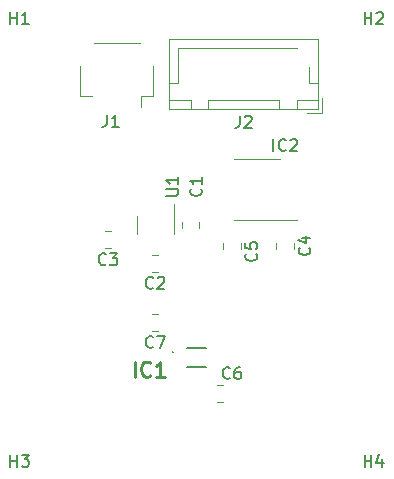
<source format=gto>
%TF.GenerationSoftware,KiCad,Pcbnew,7.0.1-0*%
%TF.CreationDate,2023-04-01T23:00:14-04:00*%
%TF.ProjectId,Turbidometer,54757262-6964-46f6-9d65-7465722e6b69,rev?*%
%TF.SameCoordinates,Original*%
%TF.FileFunction,Legend,Top*%
%TF.FilePolarity,Positive*%
%FSLAX46Y46*%
G04 Gerber Fmt 4.6, Leading zero omitted, Abs format (unit mm)*
G04 Created by KiCad (PCBNEW 7.0.1-0) date 2023-04-01 23:00:14*
%MOMM*%
%LPD*%
G01*
G04 APERTURE LIST*
%ADD10C,0.150000*%
%ADD11C,0.254000*%
%ADD12C,0.120000*%
%ADD13C,0.100000*%
%ADD14C,0.200000*%
G04 APERTURE END LIST*
D10*
%TO.C,J1*%
X97416666Y-51942619D02*
X97416666Y-52656904D01*
X97416666Y-52656904D02*
X97369047Y-52799761D01*
X97369047Y-52799761D02*
X97273809Y-52895000D01*
X97273809Y-52895000D02*
X97130952Y-52942619D01*
X97130952Y-52942619D02*
X97035714Y-52942619D01*
X98416666Y-52942619D02*
X97845238Y-52942619D01*
X98130952Y-52942619D02*
X98130952Y-51942619D01*
X98130952Y-51942619D02*
X98035714Y-52085476D01*
X98035714Y-52085476D02*
X97940476Y-52180714D01*
X97940476Y-52180714D02*
X97845238Y-52228333D01*
%TO.C,H2*%
X119238095Y-44212619D02*
X119238095Y-43212619D01*
X119238095Y-43688809D02*
X119809523Y-43688809D01*
X119809523Y-44212619D02*
X119809523Y-43212619D01*
X120238095Y-43307857D02*
X120285714Y-43260238D01*
X120285714Y-43260238D02*
X120380952Y-43212619D01*
X120380952Y-43212619D02*
X120619047Y-43212619D01*
X120619047Y-43212619D02*
X120714285Y-43260238D01*
X120714285Y-43260238D02*
X120761904Y-43307857D01*
X120761904Y-43307857D02*
X120809523Y-43403095D01*
X120809523Y-43403095D02*
X120809523Y-43498333D01*
X120809523Y-43498333D02*
X120761904Y-43641190D01*
X120761904Y-43641190D02*
X120190476Y-44212619D01*
X120190476Y-44212619D02*
X120809523Y-44212619D01*
%TO.C,IC2*%
X111523810Y-54962619D02*
X111523810Y-53962619D01*
X112571428Y-54867380D02*
X112523809Y-54915000D01*
X112523809Y-54915000D02*
X112380952Y-54962619D01*
X112380952Y-54962619D02*
X112285714Y-54962619D01*
X112285714Y-54962619D02*
X112142857Y-54915000D01*
X112142857Y-54915000D02*
X112047619Y-54819761D01*
X112047619Y-54819761D02*
X112000000Y-54724523D01*
X112000000Y-54724523D02*
X111952381Y-54534047D01*
X111952381Y-54534047D02*
X111952381Y-54391190D01*
X111952381Y-54391190D02*
X112000000Y-54200714D01*
X112000000Y-54200714D02*
X112047619Y-54105476D01*
X112047619Y-54105476D02*
X112142857Y-54010238D01*
X112142857Y-54010238D02*
X112285714Y-53962619D01*
X112285714Y-53962619D02*
X112380952Y-53962619D01*
X112380952Y-53962619D02*
X112523809Y-54010238D01*
X112523809Y-54010238D02*
X112571428Y-54057857D01*
X112952381Y-54057857D02*
X113000000Y-54010238D01*
X113000000Y-54010238D02*
X113095238Y-53962619D01*
X113095238Y-53962619D02*
X113333333Y-53962619D01*
X113333333Y-53962619D02*
X113428571Y-54010238D01*
X113428571Y-54010238D02*
X113476190Y-54057857D01*
X113476190Y-54057857D02*
X113523809Y-54153095D01*
X113523809Y-54153095D02*
X113523809Y-54248333D01*
X113523809Y-54248333D02*
X113476190Y-54391190D01*
X113476190Y-54391190D02*
X112904762Y-54962619D01*
X112904762Y-54962619D02*
X113523809Y-54962619D01*
%TO.C,C2*%
X101333333Y-66547380D02*
X101285714Y-66595000D01*
X101285714Y-66595000D02*
X101142857Y-66642619D01*
X101142857Y-66642619D02*
X101047619Y-66642619D01*
X101047619Y-66642619D02*
X100904762Y-66595000D01*
X100904762Y-66595000D02*
X100809524Y-66499761D01*
X100809524Y-66499761D02*
X100761905Y-66404523D01*
X100761905Y-66404523D02*
X100714286Y-66214047D01*
X100714286Y-66214047D02*
X100714286Y-66071190D01*
X100714286Y-66071190D02*
X100761905Y-65880714D01*
X100761905Y-65880714D02*
X100809524Y-65785476D01*
X100809524Y-65785476D02*
X100904762Y-65690238D01*
X100904762Y-65690238D02*
X101047619Y-65642619D01*
X101047619Y-65642619D02*
X101142857Y-65642619D01*
X101142857Y-65642619D02*
X101285714Y-65690238D01*
X101285714Y-65690238D02*
X101333333Y-65737857D01*
X101714286Y-65737857D02*
X101761905Y-65690238D01*
X101761905Y-65690238D02*
X101857143Y-65642619D01*
X101857143Y-65642619D02*
X102095238Y-65642619D01*
X102095238Y-65642619D02*
X102190476Y-65690238D01*
X102190476Y-65690238D02*
X102238095Y-65737857D01*
X102238095Y-65737857D02*
X102285714Y-65833095D01*
X102285714Y-65833095D02*
X102285714Y-65928333D01*
X102285714Y-65928333D02*
X102238095Y-66071190D01*
X102238095Y-66071190D02*
X101666667Y-66642619D01*
X101666667Y-66642619D02*
X102285714Y-66642619D01*
D11*
%TO.C,IC1*%
X99760237Y-74087526D02*
X99760237Y-72817526D01*
X101090714Y-73966573D02*
X101030238Y-74027050D01*
X101030238Y-74027050D02*
X100848809Y-74087526D01*
X100848809Y-74087526D02*
X100727857Y-74087526D01*
X100727857Y-74087526D02*
X100546428Y-74027050D01*
X100546428Y-74027050D02*
X100425476Y-73906097D01*
X100425476Y-73906097D02*
X100364999Y-73785145D01*
X100364999Y-73785145D02*
X100304523Y-73543240D01*
X100304523Y-73543240D02*
X100304523Y-73361811D01*
X100304523Y-73361811D02*
X100364999Y-73119907D01*
X100364999Y-73119907D02*
X100425476Y-72998954D01*
X100425476Y-72998954D02*
X100546428Y-72878002D01*
X100546428Y-72878002D02*
X100727857Y-72817526D01*
X100727857Y-72817526D02*
X100848809Y-72817526D01*
X100848809Y-72817526D02*
X101030238Y-72878002D01*
X101030238Y-72878002D02*
X101090714Y-72938478D01*
X102300238Y-74087526D02*
X101574523Y-74087526D01*
X101937380Y-74087526D02*
X101937380Y-72817526D01*
X101937380Y-72817526D02*
X101816428Y-72998954D01*
X101816428Y-72998954D02*
X101695476Y-73119907D01*
X101695476Y-73119907D02*
X101574523Y-73180383D01*
D10*
%TO.C,H1*%
X89238095Y-44212619D02*
X89238095Y-43212619D01*
X89238095Y-43688809D02*
X89809523Y-43688809D01*
X89809523Y-44212619D02*
X89809523Y-43212619D01*
X90809523Y-44212619D02*
X90238095Y-44212619D01*
X90523809Y-44212619D02*
X90523809Y-43212619D01*
X90523809Y-43212619D02*
X90428571Y-43355476D01*
X90428571Y-43355476D02*
X90333333Y-43450714D01*
X90333333Y-43450714D02*
X90238095Y-43498333D01*
%TO.C,C5*%
X110047380Y-63666666D02*
X110095000Y-63714285D01*
X110095000Y-63714285D02*
X110142619Y-63857142D01*
X110142619Y-63857142D02*
X110142619Y-63952380D01*
X110142619Y-63952380D02*
X110095000Y-64095237D01*
X110095000Y-64095237D02*
X109999761Y-64190475D01*
X109999761Y-64190475D02*
X109904523Y-64238094D01*
X109904523Y-64238094D02*
X109714047Y-64285713D01*
X109714047Y-64285713D02*
X109571190Y-64285713D01*
X109571190Y-64285713D02*
X109380714Y-64238094D01*
X109380714Y-64238094D02*
X109285476Y-64190475D01*
X109285476Y-64190475D02*
X109190238Y-64095237D01*
X109190238Y-64095237D02*
X109142619Y-63952380D01*
X109142619Y-63952380D02*
X109142619Y-63857142D01*
X109142619Y-63857142D02*
X109190238Y-63714285D01*
X109190238Y-63714285D02*
X109237857Y-63666666D01*
X109142619Y-62761904D02*
X109142619Y-63238094D01*
X109142619Y-63238094D02*
X109618809Y-63285713D01*
X109618809Y-63285713D02*
X109571190Y-63238094D01*
X109571190Y-63238094D02*
X109523571Y-63142856D01*
X109523571Y-63142856D02*
X109523571Y-62904761D01*
X109523571Y-62904761D02*
X109571190Y-62809523D01*
X109571190Y-62809523D02*
X109618809Y-62761904D01*
X109618809Y-62761904D02*
X109714047Y-62714285D01*
X109714047Y-62714285D02*
X109952142Y-62714285D01*
X109952142Y-62714285D02*
X110047380Y-62761904D01*
X110047380Y-62761904D02*
X110095000Y-62809523D01*
X110095000Y-62809523D02*
X110142619Y-62904761D01*
X110142619Y-62904761D02*
X110142619Y-63142856D01*
X110142619Y-63142856D02*
X110095000Y-63238094D01*
X110095000Y-63238094D02*
X110047380Y-63285713D01*
%TO.C,C4*%
X114547380Y-63166666D02*
X114595000Y-63214285D01*
X114595000Y-63214285D02*
X114642619Y-63357142D01*
X114642619Y-63357142D02*
X114642619Y-63452380D01*
X114642619Y-63452380D02*
X114595000Y-63595237D01*
X114595000Y-63595237D02*
X114499761Y-63690475D01*
X114499761Y-63690475D02*
X114404523Y-63738094D01*
X114404523Y-63738094D02*
X114214047Y-63785713D01*
X114214047Y-63785713D02*
X114071190Y-63785713D01*
X114071190Y-63785713D02*
X113880714Y-63738094D01*
X113880714Y-63738094D02*
X113785476Y-63690475D01*
X113785476Y-63690475D02*
X113690238Y-63595237D01*
X113690238Y-63595237D02*
X113642619Y-63452380D01*
X113642619Y-63452380D02*
X113642619Y-63357142D01*
X113642619Y-63357142D02*
X113690238Y-63214285D01*
X113690238Y-63214285D02*
X113737857Y-63166666D01*
X113975952Y-62309523D02*
X114642619Y-62309523D01*
X113595000Y-62547618D02*
X114309285Y-62785713D01*
X114309285Y-62785713D02*
X114309285Y-62166666D01*
%TO.C,C6*%
X107833333Y-74187380D02*
X107785714Y-74235000D01*
X107785714Y-74235000D02*
X107642857Y-74282619D01*
X107642857Y-74282619D02*
X107547619Y-74282619D01*
X107547619Y-74282619D02*
X107404762Y-74235000D01*
X107404762Y-74235000D02*
X107309524Y-74139761D01*
X107309524Y-74139761D02*
X107261905Y-74044523D01*
X107261905Y-74044523D02*
X107214286Y-73854047D01*
X107214286Y-73854047D02*
X107214286Y-73711190D01*
X107214286Y-73711190D02*
X107261905Y-73520714D01*
X107261905Y-73520714D02*
X107309524Y-73425476D01*
X107309524Y-73425476D02*
X107404762Y-73330238D01*
X107404762Y-73330238D02*
X107547619Y-73282619D01*
X107547619Y-73282619D02*
X107642857Y-73282619D01*
X107642857Y-73282619D02*
X107785714Y-73330238D01*
X107785714Y-73330238D02*
X107833333Y-73377857D01*
X108690476Y-73282619D02*
X108500000Y-73282619D01*
X108500000Y-73282619D02*
X108404762Y-73330238D01*
X108404762Y-73330238D02*
X108357143Y-73377857D01*
X108357143Y-73377857D02*
X108261905Y-73520714D01*
X108261905Y-73520714D02*
X108214286Y-73711190D01*
X108214286Y-73711190D02*
X108214286Y-74092142D01*
X108214286Y-74092142D02*
X108261905Y-74187380D01*
X108261905Y-74187380D02*
X108309524Y-74235000D01*
X108309524Y-74235000D02*
X108404762Y-74282619D01*
X108404762Y-74282619D02*
X108595238Y-74282619D01*
X108595238Y-74282619D02*
X108690476Y-74235000D01*
X108690476Y-74235000D02*
X108738095Y-74187380D01*
X108738095Y-74187380D02*
X108785714Y-74092142D01*
X108785714Y-74092142D02*
X108785714Y-73854047D01*
X108785714Y-73854047D02*
X108738095Y-73758809D01*
X108738095Y-73758809D02*
X108690476Y-73711190D01*
X108690476Y-73711190D02*
X108595238Y-73663571D01*
X108595238Y-73663571D02*
X108404762Y-73663571D01*
X108404762Y-73663571D02*
X108309524Y-73711190D01*
X108309524Y-73711190D02*
X108261905Y-73758809D01*
X108261905Y-73758809D02*
X108214286Y-73854047D01*
%TO.C,H4*%
X119238095Y-81712619D02*
X119238095Y-80712619D01*
X119238095Y-81188809D02*
X119809523Y-81188809D01*
X119809523Y-81712619D02*
X119809523Y-80712619D01*
X120714285Y-81045952D02*
X120714285Y-81712619D01*
X120476190Y-80665000D02*
X120238095Y-81379285D01*
X120238095Y-81379285D02*
X120857142Y-81379285D01*
%TO.C,C7*%
X101333333Y-71547380D02*
X101285714Y-71595000D01*
X101285714Y-71595000D02*
X101142857Y-71642619D01*
X101142857Y-71642619D02*
X101047619Y-71642619D01*
X101047619Y-71642619D02*
X100904762Y-71595000D01*
X100904762Y-71595000D02*
X100809524Y-71499761D01*
X100809524Y-71499761D02*
X100761905Y-71404523D01*
X100761905Y-71404523D02*
X100714286Y-71214047D01*
X100714286Y-71214047D02*
X100714286Y-71071190D01*
X100714286Y-71071190D02*
X100761905Y-70880714D01*
X100761905Y-70880714D02*
X100809524Y-70785476D01*
X100809524Y-70785476D02*
X100904762Y-70690238D01*
X100904762Y-70690238D02*
X101047619Y-70642619D01*
X101047619Y-70642619D02*
X101142857Y-70642619D01*
X101142857Y-70642619D02*
X101285714Y-70690238D01*
X101285714Y-70690238D02*
X101333333Y-70737857D01*
X101666667Y-70642619D02*
X102333333Y-70642619D01*
X102333333Y-70642619D02*
X101904762Y-71642619D01*
%TO.C,U1*%
X102462619Y-58761904D02*
X103272142Y-58761904D01*
X103272142Y-58761904D02*
X103367380Y-58714285D01*
X103367380Y-58714285D02*
X103415000Y-58666666D01*
X103415000Y-58666666D02*
X103462619Y-58571428D01*
X103462619Y-58571428D02*
X103462619Y-58380952D01*
X103462619Y-58380952D02*
X103415000Y-58285714D01*
X103415000Y-58285714D02*
X103367380Y-58238095D01*
X103367380Y-58238095D02*
X103272142Y-58190476D01*
X103272142Y-58190476D02*
X102462619Y-58190476D01*
X103462619Y-57190476D02*
X103462619Y-57761904D01*
X103462619Y-57476190D02*
X102462619Y-57476190D01*
X102462619Y-57476190D02*
X102605476Y-57571428D01*
X102605476Y-57571428D02*
X102700714Y-57666666D01*
X102700714Y-57666666D02*
X102748333Y-57761904D01*
%TO.C,C1*%
X105367380Y-58166666D02*
X105415000Y-58214285D01*
X105415000Y-58214285D02*
X105462619Y-58357142D01*
X105462619Y-58357142D02*
X105462619Y-58452380D01*
X105462619Y-58452380D02*
X105415000Y-58595237D01*
X105415000Y-58595237D02*
X105319761Y-58690475D01*
X105319761Y-58690475D02*
X105224523Y-58738094D01*
X105224523Y-58738094D02*
X105034047Y-58785713D01*
X105034047Y-58785713D02*
X104891190Y-58785713D01*
X104891190Y-58785713D02*
X104700714Y-58738094D01*
X104700714Y-58738094D02*
X104605476Y-58690475D01*
X104605476Y-58690475D02*
X104510238Y-58595237D01*
X104510238Y-58595237D02*
X104462619Y-58452380D01*
X104462619Y-58452380D02*
X104462619Y-58357142D01*
X104462619Y-58357142D02*
X104510238Y-58214285D01*
X104510238Y-58214285D02*
X104557857Y-58166666D01*
X105462619Y-57214285D02*
X105462619Y-57785713D01*
X105462619Y-57499999D02*
X104462619Y-57499999D01*
X104462619Y-57499999D02*
X104605476Y-57595237D01*
X104605476Y-57595237D02*
X104700714Y-57690475D01*
X104700714Y-57690475D02*
X104748333Y-57785713D01*
%TO.C,H3*%
X89238095Y-81712619D02*
X89238095Y-80712619D01*
X89238095Y-81188809D02*
X89809523Y-81188809D01*
X89809523Y-81712619D02*
X89809523Y-80712619D01*
X90190476Y-80712619D02*
X90809523Y-80712619D01*
X90809523Y-80712619D02*
X90476190Y-81093571D01*
X90476190Y-81093571D02*
X90619047Y-81093571D01*
X90619047Y-81093571D02*
X90714285Y-81141190D01*
X90714285Y-81141190D02*
X90761904Y-81188809D01*
X90761904Y-81188809D02*
X90809523Y-81284047D01*
X90809523Y-81284047D02*
X90809523Y-81522142D01*
X90809523Y-81522142D02*
X90761904Y-81617380D01*
X90761904Y-81617380D02*
X90714285Y-81665000D01*
X90714285Y-81665000D02*
X90619047Y-81712619D01*
X90619047Y-81712619D02*
X90333333Y-81712619D01*
X90333333Y-81712619D02*
X90238095Y-81665000D01*
X90238095Y-81665000D02*
X90190476Y-81617380D01*
%TO.C,J2*%
X108666666Y-52012619D02*
X108666666Y-52726904D01*
X108666666Y-52726904D02*
X108619047Y-52869761D01*
X108619047Y-52869761D02*
X108523809Y-52965000D01*
X108523809Y-52965000D02*
X108380952Y-53012619D01*
X108380952Y-53012619D02*
X108285714Y-53012619D01*
X109095238Y-52107857D02*
X109142857Y-52060238D01*
X109142857Y-52060238D02*
X109238095Y-52012619D01*
X109238095Y-52012619D02*
X109476190Y-52012619D01*
X109476190Y-52012619D02*
X109571428Y-52060238D01*
X109571428Y-52060238D02*
X109619047Y-52107857D01*
X109619047Y-52107857D02*
X109666666Y-52203095D01*
X109666666Y-52203095D02*
X109666666Y-52298333D01*
X109666666Y-52298333D02*
X109619047Y-52441190D01*
X109619047Y-52441190D02*
X109047619Y-53012619D01*
X109047619Y-53012619D02*
X109666666Y-53012619D01*
%TO.C,C3*%
X97333333Y-64547380D02*
X97285714Y-64595000D01*
X97285714Y-64595000D02*
X97142857Y-64642619D01*
X97142857Y-64642619D02*
X97047619Y-64642619D01*
X97047619Y-64642619D02*
X96904762Y-64595000D01*
X96904762Y-64595000D02*
X96809524Y-64499761D01*
X96809524Y-64499761D02*
X96761905Y-64404523D01*
X96761905Y-64404523D02*
X96714286Y-64214047D01*
X96714286Y-64214047D02*
X96714286Y-64071190D01*
X96714286Y-64071190D02*
X96761905Y-63880714D01*
X96761905Y-63880714D02*
X96809524Y-63785476D01*
X96809524Y-63785476D02*
X96904762Y-63690238D01*
X96904762Y-63690238D02*
X97047619Y-63642619D01*
X97047619Y-63642619D02*
X97142857Y-63642619D01*
X97142857Y-63642619D02*
X97285714Y-63690238D01*
X97285714Y-63690238D02*
X97333333Y-63737857D01*
X97666667Y-63642619D02*
X98285714Y-63642619D01*
X98285714Y-63642619D02*
X97952381Y-64023571D01*
X97952381Y-64023571D02*
X98095238Y-64023571D01*
X98095238Y-64023571D02*
X98190476Y-64071190D01*
X98190476Y-64071190D02*
X98238095Y-64118809D01*
X98238095Y-64118809D02*
X98285714Y-64214047D01*
X98285714Y-64214047D02*
X98285714Y-64452142D01*
X98285714Y-64452142D02*
X98238095Y-64547380D01*
X98238095Y-64547380D02*
X98190476Y-64595000D01*
X98190476Y-64595000D02*
X98095238Y-64642619D01*
X98095238Y-64642619D02*
X97809524Y-64642619D01*
X97809524Y-64642619D02*
X97714286Y-64595000D01*
X97714286Y-64595000D02*
X97666667Y-64547380D01*
D12*
%TO.C,J1*%
X101360000Y-50285000D02*
X100310000Y-50285000D01*
X101360000Y-47785000D02*
X101360000Y-50285000D01*
X100310000Y-50285000D02*
X100310000Y-51275000D01*
X100190000Y-45815000D02*
X96310000Y-45815000D01*
X95140000Y-50285000D02*
X96190000Y-50285000D01*
X95140000Y-47785000D02*
X95140000Y-50285000D01*
%TO.C,IC2*%
X110100000Y-60810000D02*
X113550000Y-60810000D01*
X110100000Y-60810000D02*
X108150000Y-60810000D01*
X110100000Y-55690000D02*
X112050000Y-55690000D01*
X110100000Y-55690000D02*
X108150000Y-55690000D01*
%TO.C,C2*%
X101761252Y-65235000D02*
X101238748Y-65235000D01*
X101761252Y-63765000D02*
X101238748Y-63765000D01*
D13*
%TO.C,IC1*%
X102900000Y-72000000D02*
X102900000Y-72000000D01*
X103000000Y-72000000D02*
X103000000Y-72000000D01*
D14*
X104200000Y-71700000D02*
X105800000Y-71700000D01*
X104200000Y-73300000D02*
X105800000Y-73300000D01*
D13*
X103000000Y-72000000D02*
G75*
G03*
X102900000Y-72000000I-50000J0D01*
G01*
X102900000Y-72000000D02*
G75*
G03*
X103000000Y-72000000I50000J0D01*
G01*
D12*
%TO.C,C5*%
X108735000Y-62738748D02*
X108735000Y-63261252D01*
X107265000Y-62738748D02*
X107265000Y-63261252D01*
%TO.C,C4*%
X113235000Y-62738748D02*
X113235000Y-63261252D01*
X111765000Y-62738748D02*
X111765000Y-63261252D01*
%TO.C,C6*%
X106738748Y-74765000D02*
X107261252Y-74765000D01*
X106738748Y-76235000D02*
X107261252Y-76235000D01*
%TO.C,C7*%
X101761252Y-70235000D02*
X101238748Y-70235000D01*
X101761252Y-68765000D02*
X101238748Y-68765000D01*
%TO.C,U1*%
X103060000Y-61250000D02*
X103060000Y-59450000D01*
X103060000Y-61250000D02*
X103060000Y-62050000D01*
X99940000Y-61250000D02*
X99940000Y-60450000D01*
X99940000Y-61250000D02*
X99940000Y-62050000D01*
%TO.C,C1*%
X105235000Y-60988748D02*
X105235000Y-61511252D01*
X103765000Y-60988748D02*
X103765000Y-61511252D01*
%TO.C,J2*%
X115600000Y-51750000D02*
X115600000Y-50500000D01*
X115310000Y-51460000D02*
X115310000Y-45490000D01*
X115310000Y-45490000D02*
X102690000Y-45490000D01*
X115300000Y-51450000D02*
X115300000Y-50700000D01*
X115300000Y-50700000D02*
X113500000Y-50700000D01*
X115300000Y-49200000D02*
X114550000Y-49200000D01*
X114550000Y-49200000D02*
X114550000Y-47860000D01*
X114350000Y-51750000D02*
X115600000Y-51750000D01*
X113500000Y-51450000D02*
X115300000Y-51450000D01*
X113500000Y-50700000D02*
X113500000Y-51450000D01*
X112000000Y-51450000D02*
X112000000Y-50700000D01*
X112000000Y-50700000D02*
X106000000Y-50700000D01*
X109000000Y-46250000D02*
X113490000Y-46250000D01*
X106000000Y-51450000D02*
X112000000Y-51450000D01*
X106000000Y-50700000D02*
X106000000Y-51450000D01*
X104500000Y-51450000D02*
X104500000Y-50700000D01*
X104500000Y-50700000D02*
X102700000Y-50700000D01*
X103450000Y-49200000D02*
X103450000Y-46250000D01*
X103450000Y-46250000D02*
X109000000Y-46250000D01*
X102700000Y-51450000D02*
X104500000Y-51450000D01*
X102700000Y-50700000D02*
X102700000Y-51450000D01*
X102700000Y-49200000D02*
X103450000Y-49200000D01*
X102690000Y-51460000D02*
X115310000Y-51460000D01*
X102690000Y-45490000D02*
X102690000Y-51460000D01*
%TO.C,C3*%
X97761252Y-63235000D02*
X97238748Y-63235000D01*
X97761252Y-61765000D02*
X97238748Y-61765000D01*
%TD*%
M02*

</source>
